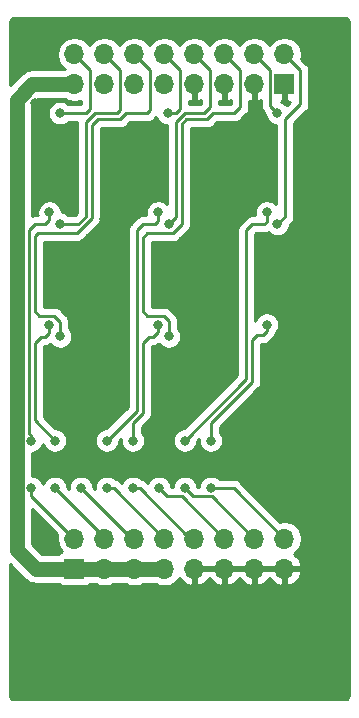
<source format=gbl>
%TF.GenerationSoftware,KiCad,Pcbnew,(5.1.9)-1*%
%TF.CreationDate,2021-06-12T20:27:07+01:00*%
%TF.ProjectId,ModulePullUpDown,4d6f6475-6c65-4507-956c-6c5570446f77,rev?*%
%TF.SameCoordinates,Original*%
%TF.FileFunction,Copper,L2,Bot*%
%TF.FilePolarity,Positive*%
%FSLAX46Y46*%
G04 Gerber Fmt 4.6, Leading zero omitted, Abs format (unit mm)*
G04 Created by KiCad (PCBNEW (5.1.9)-1) date 2021-06-12 20:27:07*
%MOMM*%
%LPD*%
G01*
G04 APERTURE LIST*
%TA.AperFunction,ComponentPad*%
%ADD10R,1.700000X1.700000*%
%TD*%
%TA.AperFunction,ComponentPad*%
%ADD11O,1.700000X1.700000*%
%TD*%
%TA.AperFunction,ViaPad*%
%ADD12C,0.800000*%
%TD*%
%TA.AperFunction,Conductor*%
%ADD13C,1.270000*%
%TD*%
%TA.AperFunction,Conductor*%
%ADD14C,0.250000*%
%TD*%
%TA.AperFunction,Conductor*%
%ADD15C,0.254000*%
%TD*%
%TA.AperFunction,Conductor*%
%ADD16C,0.100000*%
%TD*%
G04 APERTURE END LIST*
D10*
%TO.P,J1,1*%
%TO.N,+5V*%
X26110000Y-67770000D03*
D11*
%TO.P,J1,2*%
%TO.N,O0*%
X26110000Y-65230000D03*
%TO.P,J1,3*%
%TO.N,+5V*%
X28650000Y-67770000D03*
%TO.P,J1,4*%
%TO.N,O1*%
X28650000Y-65230000D03*
%TO.P,J1,5*%
%TO.N,+5V*%
X31190000Y-67770000D03*
%TO.P,J1,6*%
%TO.N,O2*%
X31190000Y-65230000D03*
%TO.P,J1,7*%
%TO.N,+5V*%
X33730000Y-67770000D03*
%TO.P,J1,8*%
%TO.N,O3*%
X33730000Y-65230000D03*
%TO.P,J1,9*%
%TO.N,GND*%
X36270000Y-67770000D03*
%TO.P,J1,10*%
%TO.N,O4*%
X36270000Y-65230000D03*
%TO.P,J1,11*%
%TO.N,GND*%
X38810000Y-67770000D03*
%TO.P,J1,12*%
%TO.N,O5*%
X38810000Y-65230000D03*
%TO.P,J1,13*%
%TO.N,GND*%
X41350000Y-67770000D03*
%TO.P,J1,14*%
%TO.N,O6*%
X41350000Y-65230000D03*
%TO.P,J1,15*%
%TO.N,GND*%
X43890000Y-67770000D03*
%TO.P,J1,16*%
%TO.N,O7*%
X43890000Y-65230000D03*
%TD*%
D10*
%TO.P,J2,1*%
%TO.N,GND*%
X43890000Y-26770000D03*
D11*
%TO.P,J2,2*%
%TO.N,I7*%
X43890000Y-24230000D03*
%TO.P,J2,3*%
%TO.N,GND*%
X41350000Y-26770000D03*
%TO.P,J2,4*%
%TO.N,I6*%
X41350000Y-24230000D03*
%TO.P,J2,5*%
%TO.N,GND*%
X38810000Y-26770000D03*
%TO.P,J2,6*%
%TO.N,I5*%
X38810000Y-24230000D03*
%TO.P,J2,7*%
%TO.N,GND*%
X36270000Y-26770000D03*
%TO.P,J2,8*%
%TO.N,I4*%
X36270000Y-24230000D03*
%TO.P,J2,9*%
%TO.N,+5V*%
X33730000Y-26770000D03*
%TO.P,J2,10*%
%TO.N,I3*%
X33730000Y-24230000D03*
%TO.P,J2,11*%
%TO.N,+5V*%
X31190000Y-26770000D03*
%TO.P,J2,12*%
%TO.N,I2*%
X31190000Y-24230000D03*
%TO.P,J2,13*%
%TO.N,+5V*%
X28650000Y-26770000D03*
%TO.P,J2,14*%
%TO.N,I1*%
X28650000Y-24230000D03*
%TO.P,J2,15*%
%TO.N,+5V*%
X26110000Y-26770000D03*
%TO.P,J2,16*%
%TO.N,I0*%
X26110000Y-24230000D03*
%TD*%
D12*
%TO.N,GND*%
X23765000Y-72525000D03*
X45990000Y-72525000D03*
X22749000Y-28329000D03*
X23765000Y-65540000D03*
X30813500Y-32583500D03*
X40021000Y-32647000D03*
X28654500Y-38171500D03*
X28654500Y-47633000D03*
X37862000Y-38171500D03*
X37862000Y-47633000D03*
X47069500Y-38171500D03*
X43356000Y-61424000D03*
%TO.N,O0*%
X22460000Y-60924000D03*
%TO.N,O1*%
X24456000Y-60924000D03*
%TO.N,O3*%
X28856000Y-60924000D03*
%TO.N,O4*%
X31056000Y-60924000D03*
%TO.N,O5*%
X33256000Y-60924000D03*
%TO.N,O6*%
X35456000Y-60924000D03*
%TO.N,O7*%
X37656000Y-60924000D03*
%TO.N,O2*%
X26656000Y-60924000D03*
%TO.N,I0*%
X24900000Y-29200000D03*
%TO.N,I7*%
X43300000Y-38600000D03*
%TO.N,I6*%
X43300000Y-29200000D03*
%TO.N,I5*%
X34100000Y-48100000D03*
%TO.N,I4*%
X34100000Y-38600000D03*
%TO.N,I3*%
X34000000Y-29200000D03*
%TO.N,I2*%
X24900000Y-48100000D03*
%TO.N,I1*%
X24900000Y-38600000D03*
%TO.N,Net-(Q1-Pad3)*%
X24000000Y-37600000D03*
X22460000Y-56924000D03*
%TO.N,Net-(Q3-Pad3)*%
X24000000Y-47100000D03*
X24456000Y-56924000D03*
%TO.N,Net-(Q7-Pad3)*%
X33200000Y-37600000D03*
X28856000Y-56924000D03*
%TO.N,Net-(Q10-Pad3)*%
X33200000Y-47100000D03*
X31056000Y-56924000D03*
%TO.N,Net-(Q13-Pad3)*%
X42400000Y-37600000D03*
X35456000Y-56924000D03*
%TO.N,Net-(Q15-Pad3)*%
X42400000Y-47100000D03*
X37656000Y-56924000D03*
%TD*%
D13*
%TO.N,+5V*%
X26110000Y-26770000D02*
X22530000Y-26770000D01*
X22530000Y-26770000D02*
X21225000Y-28075000D01*
X26110000Y-67770000D02*
X22820000Y-67770000D01*
X21225000Y-66175000D02*
X21225000Y-64270000D01*
X22820000Y-67770000D02*
X21225000Y-66175000D01*
X21225000Y-64270000D02*
X21225000Y-64905000D01*
X21225000Y-28075000D02*
X21225000Y-64270000D01*
X33730000Y-67770000D02*
X31190000Y-67770000D01*
X31190000Y-67770000D02*
X28650000Y-67770000D01*
X26110000Y-67770000D02*
X28650000Y-67770000D01*
D14*
%TO.N,O0*%
X22460000Y-61580000D02*
X26110000Y-65230000D01*
X22460000Y-60924000D02*
X22460000Y-61580000D01*
%TO.N,O1*%
X28650000Y-65118000D02*
X28650000Y-65230000D01*
X24456000Y-60924000D02*
X28650000Y-65118000D01*
%TO.N,O3*%
X29424000Y-60924000D02*
X33730000Y-65230000D01*
X28856000Y-60924000D02*
X29424000Y-60924000D01*
%TO.N,O4*%
X35927685Y-65230000D02*
X36270000Y-65230000D01*
X31621685Y-60924000D02*
X35927685Y-65230000D01*
X31056000Y-60924000D02*
X31621685Y-60924000D01*
%TO.N,O5*%
X35229001Y-61649001D02*
X38810000Y-65230000D01*
X33981001Y-61649001D02*
X35229001Y-61649001D01*
X33256000Y-60924000D02*
X33981001Y-61649001D01*
%TO.N,O6*%
X37769001Y-61649001D02*
X41350000Y-65230000D01*
X36181001Y-61649001D02*
X37769001Y-61649001D01*
X35456000Y-60924000D02*
X36181001Y-61649001D01*
%TO.N,O7*%
X39584000Y-60924000D02*
X43890000Y-65230000D01*
X37656000Y-60924000D02*
X39584000Y-60924000D01*
%TO.N,O2*%
X30962000Y-65230000D02*
X31190000Y-65230000D01*
X26656000Y-60924000D02*
X30962000Y-65230000D01*
%TO.N,I0*%
X26110000Y-24230000D02*
X27285001Y-25405001D01*
X27448000Y-25568000D02*
X26110000Y-24230000D01*
X27448000Y-28837000D02*
X27448000Y-25568000D01*
X27085000Y-29200000D02*
X27448000Y-28837000D01*
X24900000Y-29200000D02*
X27085000Y-29200000D01*
%TO.N,I7*%
X45228000Y-25568000D02*
X43890000Y-24230000D01*
X45228000Y-28456000D02*
X45228000Y-25568000D01*
X43958000Y-29726000D02*
X45228000Y-28456000D01*
X43958000Y-37981000D02*
X43958000Y-29726000D01*
X43919000Y-37981000D02*
X43958000Y-37981000D01*
X43300000Y-38600000D02*
X43919000Y-37981000D01*
%TO.N,I6*%
X42688000Y-28588000D02*
X43300000Y-29200000D01*
X42688000Y-25568000D02*
X42688000Y-28588000D01*
X41350000Y-24230000D02*
X42688000Y-25568000D01*
%TO.N,I5*%
X39640000Y-29218000D02*
X40148000Y-28710000D01*
X40148000Y-28710000D02*
X40148000Y-25568000D01*
X34100000Y-48100000D02*
X34100000Y-46792000D01*
X34100000Y-46792000D02*
X33671000Y-46363000D01*
X37354000Y-29726000D02*
X37862000Y-29218000D01*
X33671000Y-46363000D02*
X32274000Y-46363000D01*
X40148000Y-25568000D02*
X38810000Y-24230000D01*
X32274000Y-46363000D02*
X31893000Y-45982000D01*
X31893000Y-45982000D02*
X31893000Y-39759000D01*
X31893000Y-39759000D02*
X32274000Y-39378000D01*
X35195000Y-30108410D02*
X35577410Y-29726000D01*
X35577410Y-29726000D02*
X37354000Y-29726000D01*
X32274000Y-39378000D02*
X34433000Y-39378000D01*
X37862000Y-29218000D02*
X39640000Y-29218000D01*
X34433000Y-39378000D02*
X35195000Y-38616000D01*
X35195000Y-38616000D02*
X35195000Y-30108410D01*
%TO.N,I4*%
X34687000Y-29980000D02*
X34687000Y-38013000D01*
X35449000Y-29218000D02*
X34687000Y-29980000D01*
X37100000Y-29218000D02*
X35449000Y-29218000D01*
X37608000Y-28710000D02*
X37100000Y-29218000D01*
X34687000Y-38013000D02*
X34100000Y-38600000D01*
X37608000Y-25568000D02*
X37608000Y-28710000D01*
X36270000Y-24230000D02*
X37608000Y-25568000D01*
%TO.N,I3*%
X34705000Y-29200000D02*
X34000000Y-29200000D01*
X35068000Y-28837000D02*
X34705000Y-29200000D01*
X35068000Y-25568000D02*
X35068000Y-28837000D01*
X33730000Y-24230000D02*
X35068000Y-25568000D01*
%TO.N,I2*%
X30496000Y-29218000D02*
X32274000Y-29218000D01*
X29988000Y-29726000D02*
X30496000Y-29218000D01*
X32528000Y-25568000D02*
X31190000Y-24230000D01*
X28083000Y-29726000D02*
X29988000Y-29726000D01*
X32528000Y-28964000D02*
X32528000Y-25568000D01*
X32274000Y-29218000D02*
X32528000Y-28964000D01*
X27575000Y-30234000D02*
X28083000Y-29726000D01*
X27517010Y-38167400D02*
X26560410Y-39124000D01*
X27517010Y-38165990D02*
X27517010Y-38167400D01*
X27575000Y-38108000D02*
X27517010Y-38165990D01*
X27575000Y-38108000D02*
X27575000Y-30234000D01*
X26560410Y-39124000D02*
X26559000Y-39124000D01*
X24900000Y-46863000D02*
X24900000Y-48100000D01*
X23130000Y-46363000D02*
X24400000Y-46363000D01*
X24400000Y-46363000D02*
X24900000Y-46863000D01*
X22749000Y-45982000D02*
X23130000Y-46363000D01*
X22749000Y-39632000D02*
X22749000Y-45982000D01*
X23055999Y-39325001D02*
X22749000Y-39632000D01*
X26359409Y-39325001D02*
X23055999Y-39325001D01*
X26560410Y-39124000D02*
X26359409Y-39325001D01*
%TO.N,I1*%
X27067000Y-29980000D02*
X27067000Y-37981000D01*
X27829000Y-29218000D02*
X27067000Y-29980000D01*
X29734000Y-29218000D02*
X27829000Y-29218000D01*
X26432000Y-38600000D02*
X24900000Y-38600000D01*
X27067000Y-37981000D02*
X26432000Y-38600000D01*
X29988000Y-25568000D02*
X29988000Y-28964000D01*
X28650000Y-24230000D02*
X29988000Y-25568000D01*
%TO.N,Net-(Q1-Pad3)*%
X22241000Y-39124000D02*
X22256000Y-56324000D01*
X22749000Y-38616000D02*
X22241000Y-39124000D01*
X23638000Y-38616000D02*
X22749000Y-38616000D01*
X24000000Y-38254000D02*
X23638000Y-38616000D01*
X24000000Y-37600000D02*
X24000000Y-38254000D01*
X22460000Y-56528000D02*
X22256000Y-56324000D01*
X22460000Y-56924000D02*
X22460000Y-56528000D01*
%TO.N,Net-(Q3-Pad3)*%
X24000000Y-47779000D02*
X24000000Y-47100000D01*
X23638000Y-48141000D02*
X24000000Y-47779000D01*
X23257000Y-48141000D02*
X23638000Y-48141000D01*
X22749000Y-48649000D02*
X23257000Y-48141000D01*
X24456000Y-56924000D02*
X22749000Y-55217000D01*
X22749000Y-55217000D02*
X22749000Y-48649000D01*
%TO.N,Net-(Q7-Pad3)*%
X31893000Y-38616000D02*
X31385000Y-39124000D01*
X32909000Y-38616000D02*
X31893000Y-38616000D01*
X33200000Y-38325000D02*
X32909000Y-38616000D01*
X33200000Y-37600000D02*
X33200000Y-38325000D01*
X31385000Y-54395000D02*
X31385000Y-53895000D01*
X28856000Y-56924000D02*
X31385000Y-54395000D01*
X31385000Y-39124000D02*
X31385000Y-53895000D01*
%TO.N,Net-(Q10-Pad3)*%
X32401000Y-48141000D02*
X31893000Y-48649000D01*
X32782000Y-48141000D02*
X32401000Y-48141000D01*
X33200000Y-47723000D02*
X32782000Y-48141000D01*
X33200000Y-47100000D02*
X33200000Y-47723000D01*
X31056000Y-55455000D02*
X31893000Y-54618000D01*
X31056000Y-56924000D02*
X31056000Y-55455000D01*
X31893000Y-48649000D02*
X31893000Y-54618000D01*
%TO.N,Net-(Q13-Pad3)*%
X42400000Y-37600000D02*
X42400000Y-38396000D01*
X42400000Y-38396000D02*
X42180000Y-38616000D01*
X42180000Y-38616000D02*
X41164000Y-38616000D01*
X41164000Y-38616000D02*
X40656000Y-39124000D01*
X40656000Y-51724000D02*
X40656000Y-51524000D01*
X40656000Y-39124000D02*
X40656000Y-51524000D01*
X35456000Y-56924000D02*
X40656000Y-51724000D01*
%TO.N,I1*%
X29988000Y-28964000D02*
X29734000Y-29218000D01*
%TO.N,Net-(Q15-Pad3)*%
X41545000Y-48014000D02*
X41164000Y-48395000D01*
X42053000Y-48014000D02*
X41545000Y-48014000D01*
X42400000Y-47667000D02*
X42053000Y-48014000D01*
X42400000Y-47100000D02*
X42400000Y-47667000D01*
X37656000Y-56924000D02*
X37656000Y-55459000D01*
X37656000Y-55459000D02*
X41164000Y-51951000D01*
X41164000Y-48395000D02*
X41164000Y-51951000D01*
%TD*%
D15*
%TO.N,GND*%
X49065424Y-21169580D02*
X49128356Y-21188580D01*
X49186405Y-21219445D01*
X49237343Y-21260989D01*
X49279248Y-21311644D01*
X49310515Y-21369471D01*
X49329956Y-21432272D01*
X49340000Y-21527835D01*
X49340001Y-78467711D01*
X49330420Y-78565424D01*
X49311420Y-78628357D01*
X49280554Y-78686406D01*
X49239011Y-78737343D01*
X49188356Y-78779248D01*
X49130529Y-78810515D01*
X49067728Y-78829956D01*
X48972165Y-78840000D01*
X21032279Y-78840000D01*
X20934576Y-78830420D01*
X20871643Y-78811420D01*
X20813594Y-78780554D01*
X20762657Y-78739011D01*
X20720752Y-78688356D01*
X20689485Y-78630529D01*
X20670044Y-78567728D01*
X20660000Y-78472165D01*
X20660000Y-67406050D01*
X21877867Y-68623919D01*
X21917630Y-68672370D01*
X21966080Y-68712132D01*
X21966083Y-68712135D01*
X21971563Y-68716632D01*
X22111012Y-68831075D01*
X22331641Y-68949003D01*
X22571037Y-69021623D01*
X22820000Y-69046144D01*
X22882380Y-69040000D01*
X24783222Y-69040000D01*
X24808815Y-69071185D01*
X24905506Y-69150537D01*
X25015820Y-69209502D01*
X25135518Y-69245812D01*
X25260000Y-69258072D01*
X26960000Y-69258072D01*
X27084482Y-69245812D01*
X27204180Y-69209502D01*
X27314494Y-69150537D01*
X27411185Y-69071185D01*
X27436778Y-69040000D01*
X27877760Y-69040000D01*
X27946589Y-69085990D01*
X28216842Y-69197932D01*
X28503740Y-69255000D01*
X28796260Y-69255000D01*
X29083158Y-69197932D01*
X29353411Y-69085990D01*
X29422240Y-69040000D01*
X30417760Y-69040000D01*
X30486589Y-69085990D01*
X30756842Y-69197932D01*
X31043740Y-69255000D01*
X31336260Y-69255000D01*
X31623158Y-69197932D01*
X31893411Y-69085990D01*
X31962240Y-69040000D01*
X32957760Y-69040000D01*
X33026589Y-69085990D01*
X33296842Y-69197932D01*
X33583740Y-69255000D01*
X33876260Y-69255000D01*
X34163158Y-69197932D01*
X34433411Y-69085990D01*
X34676632Y-68923475D01*
X34883475Y-68716632D01*
X35005195Y-68534466D01*
X35074822Y-68651355D01*
X35269731Y-68867588D01*
X35503080Y-69041641D01*
X35765901Y-69166825D01*
X35913110Y-69211476D01*
X36143000Y-69090155D01*
X36143000Y-67897000D01*
X36397000Y-67897000D01*
X36397000Y-69090155D01*
X36626890Y-69211476D01*
X36774099Y-69166825D01*
X37036920Y-69041641D01*
X37270269Y-68867588D01*
X37465178Y-68651355D01*
X37540000Y-68525745D01*
X37614822Y-68651355D01*
X37809731Y-68867588D01*
X38043080Y-69041641D01*
X38305901Y-69166825D01*
X38453110Y-69211476D01*
X38683000Y-69090155D01*
X38683000Y-67897000D01*
X38937000Y-67897000D01*
X38937000Y-69090155D01*
X39166890Y-69211476D01*
X39314099Y-69166825D01*
X39576920Y-69041641D01*
X39810269Y-68867588D01*
X40005178Y-68651355D01*
X40080000Y-68525745D01*
X40154822Y-68651355D01*
X40349731Y-68867588D01*
X40583080Y-69041641D01*
X40845901Y-69166825D01*
X40993110Y-69211476D01*
X41223000Y-69090155D01*
X41223000Y-67897000D01*
X41477000Y-67897000D01*
X41477000Y-69090155D01*
X41706890Y-69211476D01*
X41854099Y-69166825D01*
X42116920Y-69041641D01*
X42350269Y-68867588D01*
X42545178Y-68651355D01*
X42620000Y-68525745D01*
X42694822Y-68651355D01*
X42889731Y-68867588D01*
X43123080Y-69041641D01*
X43385901Y-69166825D01*
X43533110Y-69211476D01*
X43763000Y-69090155D01*
X43763000Y-67897000D01*
X44017000Y-67897000D01*
X44017000Y-69090155D01*
X44246890Y-69211476D01*
X44394099Y-69166825D01*
X44656920Y-69041641D01*
X44890269Y-68867588D01*
X45085178Y-68651355D01*
X45234157Y-68401252D01*
X45331481Y-68126891D01*
X45210814Y-67897000D01*
X44017000Y-67897000D01*
X43763000Y-67897000D01*
X41477000Y-67897000D01*
X41223000Y-67897000D01*
X38937000Y-67897000D01*
X38683000Y-67897000D01*
X36397000Y-67897000D01*
X36143000Y-67897000D01*
X36123000Y-67897000D01*
X36123000Y-67643000D01*
X36143000Y-67643000D01*
X36143000Y-67623000D01*
X36397000Y-67623000D01*
X36397000Y-67643000D01*
X38683000Y-67643000D01*
X38683000Y-67623000D01*
X38937000Y-67623000D01*
X38937000Y-67643000D01*
X41223000Y-67643000D01*
X41223000Y-67623000D01*
X41477000Y-67623000D01*
X41477000Y-67643000D01*
X43763000Y-67643000D01*
X43763000Y-67623000D01*
X44017000Y-67623000D01*
X44017000Y-67643000D01*
X45210814Y-67643000D01*
X45331481Y-67413109D01*
X45234157Y-67138748D01*
X45085178Y-66888645D01*
X44890269Y-66672412D01*
X44660594Y-66501100D01*
X44836632Y-66383475D01*
X45043475Y-66176632D01*
X45205990Y-65933411D01*
X45317932Y-65663158D01*
X45375000Y-65376260D01*
X45375000Y-65083740D01*
X45317932Y-64796842D01*
X45205990Y-64526589D01*
X45043475Y-64283368D01*
X44836632Y-64076525D01*
X44593411Y-63914010D01*
X44323158Y-63802068D01*
X44036260Y-63745000D01*
X43743740Y-63745000D01*
X43523592Y-63788790D01*
X40147804Y-60413003D01*
X40124001Y-60383999D01*
X40008276Y-60289026D01*
X39876247Y-60218454D01*
X39732986Y-60174997D01*
X39621333Y-60164000D01*
X39621322Y-60164000D01*
X39584000Y-60160324D01*
X39546678Y-60164000D01*
X38359711Y-60164000D01*
X38315774Y-60120063D01*
X38146256Y-60006795D01*
X37957898Y-59928774D01*
X37757939Y-59889000D01*
X37554061Y-59889000D01*
X37354102Y-59928774D01*
X37165744Y-60006795D01*
X36996226Y-60120063D01*
X36852063Y-60264226D01*
X36738795Y-60433744D01*
X36660774Y-60622102D01*
X36621000Y-60822061D01*
X36621000Y-60889001D01*
X36495803Y-60889001D01*
X36491000Y-60884198D01*
X36491000Y-60822061D01*
X36451226Y-60622102D01*
X36373205Y-60433744D01*
X36259937Y-60264226D01*
X36115774Y-60120063D01*
X35946256Y-60006795D01*
X35757898Y-59928774D01*
X35557939Y-59889000D01*
X35354061Y-59889000D01*
X35154102Y-59928774D01*
X34965744Y-60006795D01*
X34796226Y-60120063D01*
X34652063Y-60264226D01*
X34538795Y-60433744D01*
X34460774Y-60622102D01*
X34421000Y-60822061D01*
X34421000Y-60889001D01*
X34295803Y-60889001D01*
X34291000Y-60884198D01*
X34291000Y-60822061D01*
X34251226Y-60622102D01*
X34173205Y-60433744D01*
X34059937Y-60264226D01*
X33915774Y-60120063D01*
X33746256Y-60006795D01*
X33557898Y-59928774D01*
X33357939Y-59889000D01*
X33154061Y-59889000D01*
X32954102Y-59928774D01*
X32765744Y-60006795D01*
X32596226Y-60120063D01*
X32452063Y-60264226D01*
X32338795Y-60433744D01*
X32299967Y-60527481D01*
X32185489Y-60413003D01*
X32161686Y-60383999D01*
X32045961Y-60289026D01*
X31913932Y-60218454D01*
X31770724Y-60175013D01*
X31715774Y-60120063D01*
X31546256Y-60006795D01*
X31357898Y-59928774D01*
X31157939Y-59889000D01*
X30954061Y-59889000D01*
X30754102Y-59928774D01*
X30565744Y-60006795D01*
X30396226Y-60120063D01*
X30252063Y-60264226D01*
X30138795Y-60433744D01*
X30100645Y-60525844D01*
X29987804Y-60413003D01*
X29964001Y-60383999D01*
X29848276Y-60289026D01*
X29716247Y-60218454D01*
X29572986Y-60174997D01*
X29570459Y-60174748D01*
X29515774Y-60120063D01*
X29346256Y-60006795D01*
X29157898Y-59928774D01*
X28957939Y-59889000D01*
X28754061Y-59889000D01*
X28554102Y-59928774D01*
X28365744Y-60006795D01*
X28196226Y-60120063D01*
X28052063Y-60264226D01*
X27938795Y-60433744D01*
X27860774Y-60622102D01*
X27821000Y-60822061D01*
X27821000Y-61014199D01*
X27691000Y-60884199D01*
X27691000Y-60822061D01*
X27651226Y-60622102D01*
X27573205Y-60433744D01*
X27459937Y-60264226D01*
X27315774Y-60120063D01*
X27146256Y-60006795D01*
X26957898Y-59928774D01*
X26757939Y-59889000D01*
X26554061Y-59889000D01*
X26354102Y-59928774D01*
X26165744Y-60006795D01*
X25996226Y-60120063D01*
X25852063Y-60264226D01*
X25738795Y-60433744D01*
X25660774Y-60622102D01*
X25621000Y-60822061D01*
X25621000Y-61014199D01*
X25491000Y-60884199D01*
X25491000Y-60822061D01*
X25451226Y-60622102D01*
X25373205Y-60433744D01*
X25259937Y-60264226D01*
X25115774Y-60120063D01*
X24946256Y-60006795D01*
X24757898Y-59928774D01*
X24557939Y-59889000D01*
X24354061Y-59889000D01*
X24154102Y-59928774D01*
X23965744Y-60006795D01*
X23796226Y-60120063D01*
X23652063Y-60264226D01*
X23538795Y-60433744D01*
X23460774Y-60622102D01*
X23458000Y-60636048D01*
X23455226Y-60622102D01*
X23377205Y-60433744D01*
X23263937Y-60264226D01*
X23119774Y-60120063D01*
X22950256Y-60006795D01*
X22761898Y-59928774D01*
X22561939Y-59889000D01*
X22495000Y-59889000D01*
X22495000Y-57959000D01*
X22561939Y-57959000D01*
X22761898Y-57919226D01*
X22950256Y-57841205D01*
X23119774Y-57727937D01*
X23263937Y-57583774D01*
X23377205Y-57414256D01*
X23455226Y-57225898D01*
X23458000Y-57211952D01*
X23460774Y-57225898D01*
X23538795Y-57414256D01*
X23652063Y-57583774D01*
X23796226Y-57727937D01*
X23965744Y-57841205D01*
X24154102Y-57919226D01*
X24354061Y-57959000D01*
X24557939Y-57959000D01*
X24757898Y-57919226D01*
X24946256Y-57841205D01*
X25115774Y-57727937D01*
X25259937Y-57583774D01*
X25373205Y-57414256D01*
X25451226Y-57225898D01*
X25491000Y-57025939D01*
X25491000Y-56822061D01*
X25451226Y-56622102D01*
X25373205Y-56433744D01*
X25259937Y-56264226D01*
X25115774Y-56120063D01*
X24946256Y-56006795D01*
X24757898Y-55928774D01*
X24557939Y-55889000D01*
X24495802Y-55889000D01*
X23509000Y-54902199D01*
X23509000Y-48963801D01*
X23571802Y-48901000D01*
X23600678Y-48901000D01*
X23638000Y-48904676D01*
X23675322Y-48901000D01*
X23675333Y-48901000D01*
X23786986Y-48890003D01*
X23930247Y-48846546D01*
X24062276Y-48775974D01*
X24091088Y-48752329D01*
X24096063Y-48759774D01*
X24240226Y-48903937D01*
X24409744Y-49017205D01*
X24598102Y-49095226D01*
X24798061Y-49135000D01*
X25001939Y-49135000D01*
X25201898Y-49095226D01*
X25390256Y-49017205D01*
X25559774Y-48903937D01*
X25703937Y-48759774D01*
X25817205Y-48590256D01*
X25895226Y-48401898D01*
X25935000Y-48201939D01*
X25935000Y-47998061D01*
X25895226Y-47798102D01*
X25817205Y-47609744D01*
X25703937Y-47440226D01*
X25660000Y-47396289D01*
X25660000Y-46900325D01*
X25663676Y-46863000D01*
X25660000Y-46825675D01*
X25660000Y-46825667D01*
X25649003Y-46714014D01*
X25605546Y-46570753D01*
X25534974Y-46438724D01*
X25440001Y-46322999D01*
X25410998Y-46299197D01*
X24963804Y-45852003D01*
X24940001Y-45822999D01*
X24824276Y-45728026D01*
X24692247Y-45657454D01*
X24548986Y-45613997D01*
X24437333Y-45603000D01*
X24437322Y-45603000D01*
X24400000Y-45599324D01*
X24362678Y-45603000D01*
X23509000Y-45603000D01*
X23509000Y-40085001D01*
X26322087Y-40085001D01*
X26359409Y-40088677D01*
X26396731Y-40085001D01*
X26396742Y-40085001D01*
X26508395Y-40074004D01*
X26651656Y-40030547D01*
X26783685Y-39959975D01*
X26899410Y-39865002D01*
X26923213Y-39835998D01*
X27071407Y-39687804D01*
X27100411Y-39664001D01*
X27124214Y-39634998D01*
X28028013Y-38731199D01*
X28057011Y-38707401D01*
X28086694Y-38671232D01*
X28115001Y-38648001D01*
X28209974Y-38532276D01*
X28280546Y-38400247D01*
X28324003Y-38256986D01*
X28335000Y-38145333D01*
X28335000Y-38145323D01*
X28338676Y-38108001D01*
X28335000Y-38070678D01*
X28335000Y-30548801D01*
X28397802Y-30486000D01*
X29950678Y-30486000D01*
X29988000Y-30489676D01*
X30025322Y-30486000D01*
X30025333Y-30486000D01*
X30136986Y-30475003D01*
X30280247Y-30431546D01*
X30412276Y-30360974D01*
X30528001Y-30266001D01*
X30551803Y-30236998D01*
X30810802Y-29978000D01*
X32236678Y-29978000D01*
X32274000Y-29981676D01*
X32311322Y-29978000D01*
X32311333Y-29978000D01*
X32422986Y-29967003D01*
X32566247Y-29923546D01*
X32698276Y-29852974D01*
X32814001Y-29758001D01*
X32837804Y-29728997D01*
X33022385Y-29544416D01*
X33082795Y-29690256D01*
X33196063Y-29859774D01*
X33340226Y-30003937D01*
X33509744Y-30117205D01*
X33698102Y-30195226D01*
X33898061Y-30235000D01*
X33927000Y-30235000D01*
X33927001Y-36863290D01*
X33859774Y-36796063D01*
X33690256Y-36682795D01*
X33501898Y-36604774D01*
X33301939Y-36565000D01*
X33098061Y-36565000D01*
X32898102Y-36604774D01*
X32709744Y-36682795D01*
X32540226Y-36796063D01*
X32396063Y-36940226D01*
X32282795Y-37109744D01*
X32204774Y-37298102D01*
X32165000Y-37498061D01*
X32165000Y-37701939D01*
X32195644Y-37856000D01*
X31930322Y-37856000D01*
X31892999Y-37852324D01*
X31855676Y-37856000D01*
X31855667Y-37856000D01*
X31744014Y-37866997D01*
X31600753Y-37910454D01*
X31468724Y-37981026D01*
X31352999Y-38075999D01*
X31329200Y-38104998D01*
X30874002Y-38560197D01*
X30844999Y-38583999D01*
X30808070Y-38628998D01*
X30750026Y-38699724D01*
X30688944Y-38813999D01*
X30679454Y-38831754D01*
X30635997Y-38975015D01*
X30625000Y-39086668D01*
X30625000Y-39086678D01*
X30621324Y-39124000D01*
X30625000Y-39161322D01*
X30625001Y-53857657D01*
X30625000Y-53857667D01*
X30625000Y-54080198D01*
X28816199Y-55889000D01*
X28754061Y-55889000D01*
X28554102Y-55928774D01*
X28365744Y-56006795D01*
X28196226Y-56120063D01*
X28052063Y-56264226D01*
X27938795Y-56433744D01*
X27860774Y-56622102D01*
X27821000Y-56822061D01*
X27821000Y-57025939D01*
X27860774Y-57225898D01*
X27938795Y-57414256D01*
X28052063Y-57583774D01*
X28196226Y-57727937D01*
X28365744Y-57841205D01*
X28554102Y-57919226D01*
X28754061Y-57959000D01*
X28957939Y-57959000D01*
X29157898Y-57919226D01*
X29346256Y-57841205D01*
X29515774Y-57727937D01*
X29659937Y-57583774D01*
X29773205Y-57414256D01*
X29851226Y-57225898D01*
X29891000Y-57025939D01*
X29891000Y-56963801D01*
X30021000Y-56833801D01*
X30021000Y-57025939D01*
X30060774Y-57225898D01*
X30138795Y-57414256D01*
X30252063Y-57583774D01*
X30396226Y-57727937D01*
X30565744Y-57841205D01*
X30754102Y-57919226D01*
X30954061Y-57959000D01*
X31157939Y-57959000D01*
X31357898Y-57919226D01*
X31546256Y-57841205D01*
X31715774Y-57727937D01*
X31859937Y-57583774D01*
X31973205Y-57414256D01*
X32051226Y-57225898D01*
X32091000Y-57025939D01*
X32091000Y-56822061D01*
X32051226Y-56622102D01*
X31973205Y-56433744D01*
X31859937Y-56264226D01*
X31816000Y-56220289D01*
X31816000Y-55769801D01*
X32404003Y-55181799D01*
X32433001Y-55158001D01*
X32527974Y-55042276D01*
X32598546Y-54910247D01*
X32642003Y-54766986D01*
X32653000Y-54655333D01*
X32653000Y-54655325D01*
X32656676Y-54618000D01*
X32653000Y-54580675D01*
X32653000Y-48963801D01*
X32715802Y-48901000D01*
X32744678Y-48901000D01*
X32782000Y-48904676D01*
X32819322Y-48901000D01*
X32819333Y-48901000D01*
X32930986Y-48890003D01*
X33074247Y-48846546D01*
X33206276Y-48775974D01*
X33271255Y-48722647D01*
X33296063Y-48759774D01*
X33440226Y-48903937D01*
X33609744Y-49017205D01*
X33798102Y-49095226D01*
X33998061Y-49135000D01*
X34201939Y-49135000D01*
X34401898Y-49095226D01*
X34590256Y-49017205D01*
X34759774Y-48903937D01*
X34903937Y-48759774D01*
X35017205Y-48590256D01*
X35095226Y-48401898D01*
X35135000Y-48201939D01*
X35135000Y-47998061D01*
X35095226Y-47798102D01*
X35017205Y-47609744D01*
X34903937Y-47440226D01*
X34860000Y-47396289D01*
X34860000Y-46829333D01*
X34863677Y-46792000D01*
X34849003Y-46643014D01*
X34805546Y-46499753D01*
X34734974Y-46367724D01*
X34722068Y-46351998D01*
X34640001Y-46251999D01*
X34610997Y-46228196D01*
X34234804Y-45852003D01*
X34211001Y-45822999D01*
X34095276Y-45728026D01*
X33963247Y-45657454D01*
X33819986Y-45613997D01*
X33708333Y-45603000D01*
X33708322Y-45603000D01*
X33671000Y-45599324D01*
X33633678Y-45603000D01*
X32653000Y-45603000D01*
X32653000Y-40138000D01*
X34395678Y-40138000D01*
X34433000Y-40141676D01*
X34470322Y-40138000D01*
X34470333Y-40138000D01*
X34581986Y-40127003D01*
X34725247Y-40083546D01*
X34857276Y-40012974D01*
X34973001Y-39918001D01*
X34996803Y-39888998D01*
X35706004Y-39179798D01*
X35735001Y-39156001D01*
X35829974Y-39040276D01*
X35900546Y-38908247D01*
X35944003Y-38764986D01*
X35955000Y-38653333D01*
X35955000Y-38653325D01*
X35958676Y-38616000D01*
X35955000Y-38578675D01*
X35955000Y-30486000D01*
X37316678Y-30486000D01*
X37354000Y-30489676D01*
X37391322Y-30486000D01*
X37391333Y-30486000D01*
X37502986Y-30475003D01*
X37646247Y-30431546D01*
X37778276Y-30360974D01*
X37894001Y-30266001D01*
X37917803Y-30236998D01*
X38176802Y-29978000D01*
X39602678Y-29978000D01*
X39640000Y-29981676D01*
X39677322Y-29978000D01*
X39677333Y-29978000D01*
X39788986Y-29967003D01*
X39932247Y-29923546D01*
X40064276Y-29852974D01*
X40180001Y-29758001D01*
X40203803Y-29728998D01*
X40659003Y-29273798D01*
X40688001Y-29250001D01*
X40782974Y-29134276D01*
X40853546Y-29002247D01*
X40897003Y-28858986D01*
X40908000Y-28747333D01*
X40908000Y-28747324D01*
X40911676Y-28710001D01*
X40908000Y-28672678D01*
X40908000Y-28185661D01*
X40993110Y-28211476D01*
X41223000Y-28090155D01*
X41223000Y-26897000D01*
X41203000Y-26897000D01*
X41203000Y-26643000D01*
X41223000Y-26643000D01*
X41223000Y-26623000D01*
X41477000Y-26623000D01*
X41477000Y-26643000D01*
X41497000Y-26643000D01*
X41497000Y-26897000D01*
X41477000Y-26897000D01*
X41477000Y-28090155D01*
X41706890Y-28211476D01*
X41854099Y-28166825D01*
X41928001Y-28131625D01*
X41928001Y-28550668D01*
X41924324Y-28588000D01*
X41928001Y-28625333D01*
X41938998Y-28736986D01*
X41942137Y-28747333D01*
X41982454Y-28880246D01*
X42053026Y-29012276D01*
X42099591Y-29069015D01*
X42148000Y-29128001D01*
X42176998Y-29151799D01*
X42265000Y-29239801D01*
X42265000Y-29301939D01*
X42304774Y-29501898D01*
X42382795Y-29690256D01*
X42496063Y-29859774D01*
X42640226Y-30003937D01*
X42809744Y-30117205D01*
X42998102Y-30195226D01*
X43198001Y-30234988D01*
X43198000Y-36934289D01*
X43059774Y-36796063D01*
X42890256Y-36682795D01*
X42701898Y-36604774D01*
X42501939Y-36565000D01*
X42298061Y-36565000D01*
X42098102Y-36604774D01*
X41909744Y-36682795D01*
X41740226Y-36796063D01*
X41596063Y-36940226D01*
X41482795Y-37109744D01*
X41404774Y-37298102D01*
X41365000Y-37498061D01*
X41365000Y-37701939D01*
X41395644Y-37856000D01*
X41201322Y-37856000D01*
X41163999Y-37852324D01*
X41126676Y-37856000D01*
X41126667Y-37856000D01*
X41015014Y-37866997D01*
X40871753Y-37910454D01*
X40739724Y-37981026D01*
X40623999Y-38075999D01*
X40600200Y-38104998D01*
X40145002Y-38560197D01*
X40115999Y-38583999D01*
X40079070Y-38628998D01*
X40021026Y-38699724D01*
X39959944Y-38813999D01*
X39950454Y-38831754D01*
X39906997Y-38975015D01*
X39896000Y-39086668D01*
X39896000Y-39086678D01*
X39892324Y-39124000D01*
X39896000Y-39161322D01*
X39896001Y-51409197D01*
X35416199Y-55889000D01*
X35354061Y-55889000D01*
X35154102Y-55928774D01*
X34965744Y-56006795D01*
X34796226Y-56120063D01*
X34652063Y-56264226D01*
X34538795Y-56433744D01*
X34460774Y-56622102D01*
X34421000Y-56822061D01*
X34421000Y-57025939D01*
X34460774Y-57225898D01*
X34538795Y-57414256D01*
X34652063Y-57583774D01*
X34796226Y-57727937D01*
X34965744Y-57841205D01*
X35154102Y-57919226D01*
X35354061Y-57959000D01*
X35557939Y-57959000D01*
X35757898Y-57919226D01*
X35946256Y-57841205D01*
X36115774Y-57727937D01*
X36259937Y-57583774D01*
X36373205Y-57414256D01*
X36451226Y-57225898D01*
X36491000Y-57025939D01*
X36491000Y-56963801D01*
X36621000Y-56833801D01*
X36621000Y-57025939D01*
X36660774Y-57225898D01*
X36738795Y-57414256D01*
X36852063Y-57583774D01*
X36996226Y-57727937D01*
X37165744Y-57841205D01*
X37354102Y-57919226D01*
X37554061Y-57959000D01*
X37757939Y-57959000D01*
X37957898Y-57919226D01*
X38146256Y-57841205D01*
X38315774Y-57727937D01*
X38459937Y-57583774D01*
X38573205Y-57414256D01*
X38651226Y-57225898D01*
X38691000Y-57025939D01*
X38691000Y-56822061D01*
X38651226Y-56622102D01*
X38573205Y-56433744D01*
X38459937Y-56264226D01*
X38416000Y-56220289D01*
X38416000Y-55773801D01*
X41675003Y-52514799D01*
X41704001Y-52491001D01*
X41798974Y-52375276D01*
X41869546Y-52243247D01*
X41913003Y-52099986D01*
X41924000Y-51988333D01*
X41924000Y-51988324D01*
X41927676Y-51951001D01*
X41924000Y-51913678D01*
X41924000Y-48774000D01*
X42015678Y-48774000D01*
X42053000Y-48777676D01*
X42090322Y-48774000D01*
X42090333Y-48774000D01*
X42201986Y-48763003D01*
X42345247Y-48719546D01*
X42477276Y-48648974D01*
X42593001Y-48554001D01*
X42616804Y-48524997D01*
X42910997Y-48230804D01*
X42940001Y-48207001D01*
X43034974Y-48091276D01*
X43105546Y-47959247D01*
X43149003Y-47815986D01*
X43149143Y-47814568D01*
X43203937Y-47759774D01*
X43317205Y-47590256D01*
X43395226Y-47401898D01*
X43435000Y-47201939D01*
X43435000Y-46998061D01*
X43395226Y-46798102D01*
X43317205Y-46609744D01*
X43203937Y-46440226D01*
X43059774Y-46296063D01*
X42890256Y-46182795D01*
X42701898Y-46104774D01*
X42501939Y-46065000D01*
X42298061Y-46065000D01*
X42098102Y-46104774D01*
X41909744Y-46182795D01*
X41740226Y-46296063D01*
X41596063Y-46440226D01*
X41482795Y-46609744D01*
X41416000Y-46771000D01*
X41416000Y-39438801D01*
X41478802Y-39376000D01*
X42142678Y-39376000D01*
X42180000Y-39379676D01*
X42217322Y-39376000D01*
X42217333Y-39376000D01*
X42328986Y-39365003D01*
X42472247Y-39321546D01*
X42528022Y-39291733D01*
X42640226Y-39403937D01*
X42809744Y-39517205D01*
X42998102Y-39595226D01*
X43198061Y-39635000D01*
X43401939Y-39635000D01*
X43601898Y-39595226D01*
X43790256Y-39517205D01*
X43959774Y-39403937D01*
X44103937Y-39259774D01*
X44217205Y-39090256D01*
X44295226Y-38901898D01*
X44335000Y-38701939D01*
X44335000Y-38641244D01*
X44382276Y-38615974D01*
X44498001Y-38521001D01*
X44592974Y-38405276D01*
X44663546Y-38273247D01*
X44707003Y-38129986D01*
X44721677Y-37981000D01*
X44718000Y-37943667D01*
X44718000Y-30040801D01*
X45739004Y-29019798D01*
X45768001Y-28996001D01*
X45862974Y-28880276D01*
X45933546Y-28748247D01*
X45977003Y-28604986D01*
X45988000Y-28493333D01*
X45988000Y-28493324D01*
X45991676Y-28456001D01*
X45988000Y-28418678D01*
X45988000Y-25605325D01*
X45991676Y-25568000D01*
X45988000Y-25530675D01*
X45988000Y-25530667D01*
X45977003Y-25419014D01*
X45933546Y-25275753D01*
X45862974Y-25143724D01*
X45768001Y-25027999D01*
X45739003Y-25004201D01*
X45331210Y-24596408D01*
X45375000Y-24376260D01*
X45375000Y-24083740D01*
X45317932Y-23796842D01*
X45205990Y-23526589D01*
X45043475Y-23283368D01*
X44836632Y-23076525D01*
X44593411Y-22914010D01*
X44323158Y-22802068D01*
X44036260Y-22745000D01*
X43743740Y-22745000D01*
X43456842Y-22802068D01*
X43186589Y-22914010D01*
X42943368Y-23076525D01*
X42736525Y-23283368D01*
X42620000Y-23457760D01*
X42503475Y-23283368D01*
X42296632Y-23076525D01*
X42053411Y-22914010D01*
X41783158Y-22802068D01*
X41496260Y-22745000D01*
X41203740Y-22745000D01*
X40916842Y-22802068D01*
X40646589Y-22914010D01*
X40403368Y-23076525D01*
X40196525Y-23283368D01*
X40080000Y-23457760D01*
X39963475Y-23283368D01*
X39756632Y-23076525D01*
X39513411Y-22914010D01*
X39243158Y-22802068D01*
X38956260Y-22745000D01*
X38663740Y-22745000D01*
X38376842Y-22802068D01*
X38106589Y-22914010D01*
X37863368Y-23076525D01*
X37656525Y-23283368D01*
X37540000Y-23457760D01*
X37423475Y-23283368D01*
X37216632Y-23076525D01*
X36973411Y-22914010D01*
X36703158Y-22802068D01*
X36416260Y-22745000D01*
X36123740Y-22745000D01*
X35836842Y-22802068D01*
X35566589Y-22914010D01*
X35323368Y-23076525D01*
X35116525Y-23283368D01*
X35000000Y-23457760D01*
X34883475Y-23283368D01*
X34676632Y-23076525D01*
X34433411Y-22914010D01*
X34163158Y-22802068D01*
X33876260Y-22745000D01*
X33583740Y-22745000D01*
X33296842Y-22802068D01*
X33026589Y-22914010D01*
X32783368Y-23076525D01*
X32576525Y-23283368D01*
X32460000Y-23457760D01*
X32343475Y-23283368D01*
X32136632Y-23076525D01*
X31893411Y-22914010D01*
X31623158Y-22802068D01*
X31336260Y-22745000D01*
X31043740Y-22745000D01*
X30756842Y-22802068D01*
X30486589Y-22914010D01*
X30243368Y-23076525D01*
X30036525Y-23283368D01*
X29920000Y-23457760D01*
X29803475Y-23283368D01*
X29596632Y-23076525D01*
X29353411Y-22914010D01*
X29083158Y-22802068D01*
X28796260Y-22745000D01*
X28503740Y-22745000D01*
X28216842Y-22802068D01*
X27946589Y-22914010D01*
X27703368Y-23076525D01*
X27496525Y-23283368D01*
X27380000Y-23457760D01*
X27263475Y-23283368D01*
X27056632Y-23076525D01*
X26813411Y-22914010D01*
X26543158Y-22802068D01*
X26256260Y-22745000D01*
X25963740Y-22745000D01*
X25676842Y-22802068D01*
X25406589Y-22914010D01*
X25163368Y-23076525D01*
X24956525Y-23283368D01*
X24794010Y-23526589D01*
X24682068Y-23796842D01*
X24625000Y-24083740D01*
X24625000Y-24376260D01*
X24682068Y-24663158D01*
X24794010Y-24933411D01*
X24956525Y-25176632D01*
X25163368Y-25383475D01*
X25337760Y-25500000D01*
X22592380Y-25500000D01*
X22530000Y-25493856D01*
X22467620Y-25500000D01*
X22281037Y-25518377D01*
X22041641Y-25590997D01*
X21821012Y-25708925D01*
X21726086Y-25786829D01*
X21676083Y-25827865D01*
X21676080Y-25827868D01*
X21627630Y-25867630D01*
X21587867Y-25916081D01*
X20660000Y-26843949D01*
X20660000Y-21532279D01*
X20669580Y-21434576D01*
X20688580Y-21371644D01*
X20719445Y-21313595D01*
X20760989Y-21262657D01*
X20811644Y-21220752D01*
X20869471Y-21189485D01*
X20932272Y-21170044D01*
X21027835Y-21160000D01*
X48967721Y-21160000D01*
X49065424Y-21169580D01*
%TA.AperFunction,Conductor*%
D16*
G36*
X49065424Y-21169580D02*
G01*
X49128356Y-21188580D01*
X49186405Y-21219445D01*
X49237343Y-21260989D01*
X49279248Y-21311644D01*
X49310515Y-21369471D01*
X49329956Y-21432272D01*
X49340000Y-21527835D01*
X49340001Y-78467711D01*
X49330420Y-78565424D01*
X49311420Y-78628357D01*
X49280554Y-78686406D01*
X49239011Y-78737343D01*
X49188356Y-78779248D01*
X49130529Y-78810515D01*
X49067728Y-78829956D01*
X48972165Y-78840000D01*
X21032279Y-78840000D01*
X20934576Y-78830420D01*
X20871643Y-78811420D01*
X20813594Y-78780554D01*
X20762657Y-78739011D01*
X20720752Y-78688356D01*
X20689485Y-78630529D01*
X20670044Y-78567728D01*
X20660000Y-78472165D01*
X20660000Y-67406050D01*
X21877867Y-68623919D01*
X21917630Y-68672370D01*
X21966080Y-68712132D01*
X21966083Y-68712135D01*
X21971563Y-68716632D01*
X22111012Y-68831075D01*
X22331641Y-68949003D01*
X22571037Y-69021623D01*
X22820000Y-69046144D01*
X22882380Y-69040000D01*
X24783222Y-69040000D01*
X24808815Y-69071185D01*
X24905506Y-69150537D01*
X25015820Y-69209502D01*
X25135518Y-69245812D01*
X25260000Y-69258072D01*
X26960000Y-69258072D01*
X27084482Y-69245812D01*
X27204180Y-69209502D01*
X27314494Y-69150537D01*
X27411185Y-69071185D01*
X27436778Y-69040000D01*
X27877760Y-69040000D01*
X27946589Y-69085990D01*
X28216842Y-69197932D01*
X28503740Y-69255000D01*
X28796260Y-69255000D01*
X29083158Y-69197932D01*
X29353411Y-69085990D01*
X29422240Y-69040000D01*
X30417760Y-69040000D01*
X30486589Y-69085990D01*
X30756842Y-69197932D01*
X31043740Y-69255000D01*
X31336260Y-69255000D01*
X31623158Y-69197932D01*
X31893411Y-69085990D01*
X31962240Y-69040000D01*
X32957760Y-69040000D01*
X33026589Y-69085990D01*
X33296842Y-69197932D01*
X33583740Y-69255000D01*
X33876260Y-69255000D01*
X34163158Y-69197932D01*
X34433411Y-69085990D01*
X34676632Y-68923475D01*
X34883475Y-68716632D01*
X35005195Y-68534466D01*
X35074822Y-68651355D01*
X35269731Y-68867588D01*
X35503080Y-69041641D01*
X35765901Y-69166825D01*
X35913110Y-69211476D01*
X36143000Y-69090155D01*
X36143000Y-67897000D01*
X36397000Y-67897000D01*
X36397000Y-69090155D01*
X36626890Y-69211476D01*
X36774099Y-69166825D01*
X37036920Y-69041641D01*
X37270269Y-68867588D01*
X37465178Y-68651355D01*
X37540000Y-68525745D01*
X37614822Y-68651355D01*
X37809731Y-68867588D01*
X38043080Y-69041641D01*
X38305901Y-69166825D01*
X38453110Y-69211476D01*
X38683000Y-69090155D01*
X38683000Y-67897000D01*
X38937000Y-67897000D01*
X38937000Y-69090155D01*
X39166890Y-69211476D01*
X39314099Y-69166825D01*
X39576920Y-69041641D01*
X39810269Y-68867588D01*
X40005178Y-68651355D01*
X40080000Y-68525745D01*
X40154822Y-68651355D01*
X40349731Y-68867588D01*
X40583080Y-69041641D01*
X40845901Y-69166825D01*
X40993110Y-69211476D01*
X41223000Y-69090155D01*
X41223000Y-67897000D01*
X41477000Y-67897000D01*
X41477000Y-69090155D01*
X41706890Y-69211476D01*
X41854099Y-69166825D01*
X42116920Y-69041641D01*
X42350269Y-68867588D01*
X42545178Y-68651355D01*
X42620000Y-68525745D01*
X42694822Y-68651355D01*
X42889731Y-68867588D01*
X43123080Y-69041641D01*
X43385901Y-69166825D01*
X43533110Y-69211476D01*
X43763000Y-69090155D01*
X43763000Y-67897000D01*
X44017000Y-67897000D01*
X44017000Y-69090155D01*
X44246890Y-69211476D01*
X44394099Y-69166825D01*
X44656920Y-69041641D01*
X44890269Y-68867588D01*
X45085178Y-68651355D01*
X45234157Y-68401252D01*
X45331481Y-68126891D01*
X45210814Y-67897000D01*
X44017000Y-67897000D01*
X43763000Y-67897000D01*
X41477000Y-67897000D01*
X41223000Y-67897000D01*
X38937000Y-67897000D01*
X38683000Y-67897000D01*
X36397000Y-67897000D01*
X36143000Y-67897000D01*
X36123000Y-67897000D01*
X36123000Y-67643000D01*
X36143000Y-67643000D01*
X36143000Y-67623000D01*
X36397000Y-67623000D01*
X36397000Y-67643000D01*
X38683000Y-67643000D01*
X38683000Y-67623000D01*
X38937000Y-67623000D01*
X38937000Y-67643000D01*
X41223000Y-67643000D01*
X41223000Y-67623000D01*
X41477000Y-67623000D01*
X41477000Y-67643000D01*
X43763000Y-67643000D01*
X43763000Y-67623000D01*
X44017000Y-67623000D01*
X44017000Y-67643000D01*
X45210814Y-67643000D01*
X45331481Y-67413109D01*
X45234157Y-67138748D01*
X45085178Y-66888645D01*
X44890269Y-66672412D01*
X44660594Y-66501100D01*
X44836632Y-66383475D01*
X45043475Y-66176632D01*
X45205990Y-65933411D01*
X45317932Y-65663158D01*
X45375000Y-65376260D01*
X45375000Y-65083740D01*
X45317932Y-64796842D01*
X45205990Y-64526589D01*
X45043475Y-64283368D01*
X44836632Y-64076525D01*
X44593411Y-63914010D01*
X44323158Y-63802068D01*
X44036260Y-63745000D01*
X43743740Y-63745000D01*
X43523592Y-63788790D01*
X40147804Y-60413003D01*
X40124001Y-60383999D01*
X40008276Y-60289026D01*
X39876247Y-60218454D01*
X39732986Y-60174997D01*
X39621333Y-60164000D01*
X39621322Y-60164000D01*
X39584000Y-60160324D01*
X39546678Y-60164000D01*
X38359711Y-60164000D01*
X38315774Y-60120063D01*
X38146256Y-60006795D01*
X37957898Y-59928774D01*
X37757939Y-59889000D01*
X37554061Y-59889000D01*
X37354102Y-59928774D01*
X37165744Y-60006795D01*
X36996226Y-60120063D01*
X36852063Y-60264226D01*
X36738795Y-60433744D01*
X36660774Y-60622102D01*
X36621000Y-60822061D01*
X36621000Y-60889001D01*
X36495803Y-60889001D01*
X36491000Y-60884198D01*
X36491000Y-60822061D01*
X36451226Y-60622102D01*
X36373205Y-60433744D01*
X36259937Y-60264226D01*
X36115774Y-60120063D01*
X35946256Y-60006795D01*
X35757898Y-59928774D01*
X35557939Y-59889000D01*
X35354061Y-59889000D01*
X35154102Y-59928774D01*
X34965744Y-60006795D01*
X34796226Y-60120063D01*
X34652063Y-60264226D01*
X34538795Y-60433744D01*
X34460774Y-60622102D01*
X34421000Y-60822061D01*
X34421000Y-60889001D01*
X34295803Y-60889001D01*
X34291000Y-60884198D01*
X34291000Y-60822061D01*
X34251226Y-60622102D01*
X34173205Y-60433744D01*
X34059937Y-60264226D01*
X33915774Y-60120063D01*
X33746256Y-60006795D01*
X33557898Y-59928774D01*
X33357939Y-59889000D01*
X33154061Y-59889000D01*
X32954102Y-59928774D01*
X32765744Y-60006795D01*
X32596226Y-60120063D01*
X32452063Y-60264226D01*
X32338795Y-60433744D01*
X32299967Y-60527481D01*
X32185489Y-60413003D01*
X32161686Y-60383999D01*
X32045961Y-60289026D01*
X31913932Y-60218454D01*
X31770724Y-60175013D01*
X31715774Y-60120063D01*
X31546256Y-60006795D01*
X31357898Y-59928774D01*
X31157939Y-59889000D01*
X30954061Y-59889000D01*
X30754102Y-59928774D01*
X30565744Y-60006795D01*
X30396226Y-60120063D01*
X30252063Y-60264226D01*
X30138795Y-60433744D01*
X30100645Y-60525844D01*
X29987804Y-60413003D01*
X29964001Y-60383999D01*
X29848276Y-60289026D01*
X29716247Y-60218454D01*
X29572986Y-60174997D01*
X29570459Y-60174748D01*
X29515774Y-60120063D01*
X29346256Y-60006795D01*
X29157898Y-59928774D01*
X28957939Y-59889000D01*
X28754061Y-59889000D01*
X28554102Y-59928774D01*
X28365744Y-60006795D01*
X28196226Y-60120063D01*
X28052063Y-60264226D01*
X27938795Y-60433744D01*
X27860774Y-60622102D01*
X27821000Y-60822061D01*
X27821000Y-61014199D01*
X27691000Y-60884199D01*
X27691000Y-60822061D01*
X27651226Y-60622102D01*
X27573205Y-60433744D01*
X27459937Y-60264226D01*
X27315774Y-60120063D01*
X27146256Y-60006795D01*
X26957898Y-59928774D01*
X26757939Y-59889000D01*
X26554061Y-59889000D01*
X26354102Y-59928774D01*
X26165744Y-60006795D01*
X25996226Y-60120063D01*
X25852063Y-60264226D01*
X25738795Y-60433744D01*
X25660774Y-60622102D01*
X25621000Y-60822061D01*
X25621000Y-61014199D01*
X25491000Y-60884199D01*
X25491000Y-60822061D01*
X25451226Y-60622102D01*
X25373205Y-60433744D01*
X25259937Y-60264226D01*
X25115774Y-60120063D01*
X24946256Y-60006795D01*
X24757898Y-59928774D01*
X24557939Y-59889000D01*
X24354061Y-59889000D01*
X24154102Y-59928774D01*
X23965744Y-60006795D01*
X23796226Y-60120063D01*
X23652063Y-60264226D01*
X23538795Y-60433744D01*
X23460774Y-60622102D01*
X23458000Y-60636048D01*
X23455226Y-60622102D01*
X23377205Y-60433744D01*
X23263937Y-60264226D01*
X23119774Y-60120063D01*
X22950256Y-60006795D01*
X22761898Y-59928774D01*
X22561939Y-59889000D01*
X22495000Y-59889000D01*
X22495000Y-57959000D01*
X22561939Y-57959000D01*
X22761898Y-57919226D01*
X22950256Y-57841205D01*
X23119774Y-57727937D01*
X23263937Y-57583774D01*
X23377205Y-57414256D01*
X23455226Y-57225898D01*
X23458000Y-57211952D01*
X23460774Y-57225898D01*
X23538795Y-57414256D01*
X23652063Y-57583774D01*
X23796226Y-57727937D01*
X23965744Y-57841205D01*
X24154102Y-57919226D01*
X24354061Y-57959000D01*
X24557939Y-57959000D01*
X24757898Y-57919226D01*
X24946256Y-57841205D01*
X25115774Y-57727937D01*
X25259937Y-57583774D01*
X25373205Y-57414256D01*
X25451226Y-57225898D01*
X25491000Y-57025939D01*
X25491000Y-56822061D01*
X25451226Y-56622102D01*
X25373205Y-56433744D01*
X25259937Y-56264226D01*
X25115774Y-56120063D01*
X24946256Y-56006795D01*
X24757898Y-55928774D01*
X24557939Y-55889000D01*
X24495802Y-55889000D01*
X23509000Y-54902199D01*
X23509000Y-48963801D01*
X23571802Y-48901000D01*
X23600678Y-48901000D01*
X23638000Y-48904676D01*
X23675322Y-48901000D01*
X23675333Y-48901000D01*
X23786986Y-48890003D01*
X23930247Y-48846546D01*
X24062276Y-48775974D01*
X24091088Y-48752329D01*
X24096063Y-48759774D01*
X24240226Y-48903937D01*
X24409744Y-49017205D01*
X24598102Y-49095226D01*
X24798061Y-49135000D01*
X25001939Y-49135000D01*
X25201898Y-49095226D01*
X25390256Y-49017205D01*
X25559774Y-48903937D01*
X25703937Y-48759774D01*
X25817205Y-48590256D01*
X25895226Y-48401898D01*
X25935000Y-48201939D01*
X25935000Y-47998061D01*
X25895226Y-47798102D01*
X25817205Y-47609744D01*
X25703937Y-47440226D01*
X25660000Y-47396289D01*
X25660000Y-46900325D01*
X25663676Y-46863000D01*
X25660000Y-46825675D01*
X25660000Y-46825667D01*
X25649003Y-46714014D01*
X25605546Y-46570753D01*
X25534974Y-46438724D01*
X25440001Y-46322999D01*
X25410998Y-46299197D01*
X24963804Y-45852003D01*
X24940001Y-45822999D01*
X24824276Y-45728026D01*
X24692247Y-45657454D01*
X24548986Y-45613997D01*
X24437333Y-45603000D01*
X24437322Y-45603000D01*
X24400000Y-45599324D01*
X24362678Y-45603000D01*
X23509000Y-45603000D01*
X23509000Y-40085001D01*
X26322087Y-40085001D01*
X26359409Y-40088677D01*
X26396731Y-40085001D01*
X26396742Y-40085001D01*
X26508395Y-40074004D01*
X26651656Y-40030547D01*
X26783685Y-39959975D01*
X26899410Y-39865002D01*
X26923213Y-39835998D01*
X27071407Y-39687804D01*
X27100411Y-39664001D01*
X27124214Y-39634998D01*
X28028013Y-38731199D01*
X28057011Y-38707401D01*
X28086694Y-38671232D01*
X28115001Y-38648001D01*
X28209974Y-38532276D01*
X28280546Y-38400247D01*
X28324003Y-38256986D01*
X28335000Y-38145333D01*
X28335000Y-38145323D01*
X28338676Y-38108001D01*
X28335000Y-38070678D01*
X28335000Y-30548801D01*
X28397802Y-30486000D01*
X29950678Y-30486000D01*
X29988000Y-30489676D01*
X30025322Y-30486000D01*
X30025333Y-30486000D01*
X30136986Y-30475003D01*
X30280247Y-30431546D01*
X30412276Y-30360974D01*
X30528001Y-30266001D01*
X30551803Y-30236998D01*
X30810802Y-29978000D01*
X32236678Y-29978000D01*
X32274000Y-29981676D01*
X32311322Y-29978000D01*
X32311333Y-29978000D01*
X32422986Y-29967003D01*
X32566247Y-29923546D01*
X32698276Y-29852974D01*
X32814001Y-29758001D01*
X32837804Y-29728997D01*
X33022385Y-29544416D01*
X33082795Y-29690256D01*
X33196063Y-29859774D01*
X33340226Y-30003937D01*
X33509744Y-30117205D01*
X33698102Y-30195226D01*
X33898061Y-30235000D01*
X33927000Y-30235000D01*
X33927001Y-36863290D01*
X33859774Y-36796063D01*
X33690256Y-36682795D01*
X33501898Y-36604774D01*
X33301939Y-36565000D01*
X33098061Y-36565000D01*
X32898102Y-36604774D01*
X32709744Y-36682795D01*
X32540226Y-36796063D01*
X32396063Y-36940226D01*
X32282795Y-37109744D01*
X32204774Y-37298102D01*
X32165000Y-37498061D01*
X32165000Y-37701939D01*
X32195644Y-37856000D01*
X31930322Y-37856000D01*
X31892999Y-37852324D01*
X31855676Y-37856000D01*
X31855667Y-37856000D01*
X31744014Y-37866997D01*
X31600753Y-37910454D01*
X31468724Y-37981026D01*
X31352999Y-38075999D01*
X31329200Y-38104998D01*
X30874002Y-38560197D01*
X30844999Y-38583999D01*
X30808070Y-38628998D01*
X30750026Y-38699724D01*
X30688944Y-38813999D01*
X30679454Y-38831754D01*
X30635997Y-38975015D01*
X30625000Y-39086668D01*
X30625000Y-39086678D01*
X30621324Y-39124000D01*
X30625000Y-39161322D01*
X30625001Y-53857657D01*
X30625000Y-53857667D01*
X30625000Y-54080198D01*
X28816199Y-55889000D01*
X28754061Y-55889000D01*
X28554102Y-55928774D01*
X28365744Y-56006795D01*
X28196226Y-56120063D01*
X28052063Y-56264226D01*
X27938795Y-56433744D01*
X27860774Y-56622102D01*
X27821000Y-56822061D01*
X27821000Y-57025939D01*
X27860774Y-57225898D01*
X27938795Y-57414256D01*
X28052063Y-57583774D01*
X28196226Y-57727937D01*
X28365744Y-57841205D01*
X28554102Y-57919226D01*
X28754061Y-57959000D01*
X28957939Y-57959000D01*
X29157898Y-57919226D01*
X29346256Y-57841205D01*
X29515774Y-57727937D01*
X29659937Y-57583774D01*
X29773205Y-57414256D01*
X29851226Y-57225898D01*
X29891000Y-57025939D01*
X29891000Y-56963801D01*
X30021000Y-56833801D01*
X30021000Y-57025939D01*
X30060774Y-57225898D01*
X30138795Y-57414256D01*
X30252063Y-57583774D01*
X30396226Y-57727937D01*
X30565744Y-57841205D01*
X30754102Y-57919226D01*
X30954061Y-57959000D01*
X31157939Y-57959000D01*
X31357898Y-57919226D01*
X31546256Y-57841205D01*
X31715774Y-57727937D01*
X31859937Y-57583774D01*
X31973205Y-57414256D01*
X32051226Y-57225898D01*
X32091000Y-57025939D01*
X32091000Y-56822061D01*
X32051226Y-56622102D01*
X31973205Y-56433744D01*
X31859937Y-56264226D01*
X31816000Y-56220289D01*
X31816000Y-55769801D01*
X32404003Y-55181799D01*
X32433001Y-55158001D01*
X32527974Y-55042276D01*
X32598546Y-54910247D01*
X32642003Y-54766986D01*
X32653000Y-54655333D01*
X32653000Y-54655325D01*
X32656676Y-54618000D01*
X32653000Y-54580675D01*
X32653000Y-48963801D01*
X32715802Y-48901000D01*
X32744678Y-48901000D01*
X32782000Y-48904676D01*
X32819322Y-48901000D01*
X32819333Y-48901000D01*
X32930986Y-48890003D01*
X33074247Y-48846546D01*
X33206276Y-48775974D01*
X33271255Y-48722647D01*
X33296063Y-48759774D01*
X33440226Y-48903937D01*
X33609744Y-49017205D01*
X33798102Y-49095226D01*
X33998061Y-49135000D01*
X34201939Y-49135000D01*
X34401898Y-49095226D01*
X34590256Y-49017205D01*
X34759774Y-48903937D01*
X34903937Y-48759774D01*
X35017205Y-48590256D01*
X35095226Y-48401898D01*
X35135000Y-48201939D01*
X35135000Y-47998061D01*
X35095226Y-47798102D01*
X35017205Y-47609744D01*
X34903937Y-47440226D01*
X34860000Y-47396289D01*
X34860000Y-46829333D01*
X34863677Y-46792000D01*
X34849003Y-46643014D01*
X34805546Y-46499753D01*
X34734974Y-46367724D01*
X34722068Y-46351998D01*
X34640001Y-46251999D01*
X34610997Y-46228196D01*
X34234804Y-45852003D01*
X34211001Y-45822999D01*
X34095276Y-45728026D01*
X33963247Y-45657454D01*
X33819986Y-45613997D01*
X33708333Y-45603000D01*
X33708322Y-45603000D01*
X33671000Y-45599324D01*
X33633678Y-45603000D01*
X32653000Y-45603000D01*
X32653000Y-40138000D01*
X34395678Y-40138000D01*
X34433000Y-40141676D01*
X34470322Y-40138000D01*
X34470333Y-40138000D01*
X34581986Y-40127003D01*
X34725247Y-40083546D01*
X34857276Y-40012974D01*
X34973001Y-39918001D01*
X34996803Y-39888998D01*
X35706004Y-39179798D01*
X35735001Y-39156001D01*
X35829974Y-39040276D01*
X35900546Y-38908247D01*
X35944003Y-38764986D01*
X35955000Y-38653333D01*
X35955000Y-38653325D01*
X35958676Y-38616000D01*
X35955000Y-38578675D01*
X35955000Y-30486000D01*
X37316678Y-30486000D01*
X37354000Y-30489676D01*
X37391322Y-30486000D01*
X37391333Y-30486000D01*
X37502986Y-30475003D01*
X37646247Y-30431546D01*
X37778276Y-30360974D01*
X37894001Y-30266001D01*
X37917803Y-30236998D01*
X38176802Y-29978000D01*
X39602678Y-29978000D01*
X39640000Y-29981676D01*
X39677322Y-29978000D01*
X39677333Y-29978000D01*
X39788986Y-29967003D01*
X39932247Y-29923546D01*
X40064276Y-29852974D01*
X40180001Y-29758001D01*
X40203803Y-29728998D01*
X40659003Y-29273798D01*
X40688001Y-29250001D01*
X40782974Y-29134276D01*
X40853546Y-29002247D01*
X40897003Y-28858986D01*
X40908000Y-28747333D01*
X40908000Y-28747324D01*
X40911676Y-28710001D01*
X40908000Y-28672678D01*
X40908000Y-28185661D01*
X40993110Y-28211476D01*
X41223000Y-28090155D01*
X41223000Y-26897000D01*
X41203000Y-26897000D01*
X41203000Y-26643000D01*
X41223000Y-26643000D01*
X41223000Y-26623000D01*
X41477000Y-26623000D01*
X41477000Y-26643000D01*
X41497000Y-26643000D01*
X41497000Y-26897000D01*
X41477000Y-26897000D01*
X41477000Y-28090155D01*
X41706890Y-28211476D01*
X41854099Y-28166825D01*
X41928001Y-28131625D01*
X41928001Y-28550668D01*
X41924324Y-28588000D01*
X41928001Y-28625333D01*
X41938998Y-28736986D01*
X41942137Y-28747333D01*
X41982454Y-28880246D01*
X42053026Y-29012276D01*
X42099591Y-29069015D01*
X42148000Y-29128001D01*
X42176998Y-29151799D01*
X42265000Y-29239801D01*
X42265000Y-29301939D01*
X42304774Y-29501898D01*
X42382795Y-29690256D01*
X42496063Y-29859774D01*
X42640226Y-30003937D01*
X42809744Y-30117205D01*
X42998102Y-30195226D01*
X43198001Y-30234988D01*
X43198000Y-36934289D01*
X43059774Y-36796063D01*
X42890256Y-36682795D01*
X42701898Y-36604774D01*
X42501939Y-36565000D01*
X42298061Y-36565000D01*
X42098102Y-36604774D01*
X41909744Y-36682795D01*
X41740226Y-36796063D01*
X41596063Y-36940226D01*
X41482795Y-37109744D01*
X41404774Y-37298102D01*
X41365000Y-37498061D01*
X41365000Y-37701939D01*
X41395644Y-37856000D01*
X41201322Y-37856000D01*
X41163999Y-37852324D01*
X41126676Y-37856000D01*
X41126667Y-37856000D01*
X41015014Y-37866997D01*
X40871753Y-37910454D01*
X40739724Y-37981026D01*
X40623999Y-38075999D01*
X40600200Y-38104998D01*
X40145002Y-38560197D01*
X40115999Y-38583999D01*
X40079070Y-38628998D01*
X40021026Y-38699724D01*
X39959944Y-38813999D01*
X39950454Y-38831754D01*
X39906997Y-38975015D01*
X39896000Y-39086668D01*
X39896000Y-39086678D01*
X39892324Y-39124000D01*
X39896000Y-39161322D01*
X39896001Y-51409197D01*
X35416199Y-55889000D01*
X35354061Y-55889000D01*
X35154102Y-55928774D01*
X34965744Y-56006795D01*
X34796226Y-56120063D01*
X34652063Y-56264226D01*
X34538795Y-56433744D01*
X34460774Y-56622102D01*
X34421000Y-56822061D01*
X34421000Y-57025939D01*
X34460774Y-57225898D01*
X34538795Y-57414256D01*
X34652063Y-57583774D01*
X34796226Y-57727937D01*
X34965744Y-57841205D01*
X35154102Y-57919226D01*
X35354061Y-57959000D01*
X35557939Y-57959000D01*
X35757898Y-57919226D01*
X35946256Y-57841205D01*
X36115774Y-57727937D01*
X36259937Y-57583774D01*
X36373205Y-57414256D01*
X36451226Y-57225898D01*
X36491000Y-57025939D01*
X36491000Y-56963801D01*
X36621000Y-56833801D01*
X36621000Y-57025939D01*
X36660774Y-57225898D01*
X36738795Y-57414256D01*
X36852063Y-57583774D01*
X36996226Y-57727937D01*
X37165744Y-57841205D01*
X37354102Y-57919226D01*
X37554061Y-57959000D01*
X37757939Y-57959000D01*
X37957898Y-57919226D01*
X38146256Y-57841205D01*
X38315774Y-57727937D01*
X38459937Y-57583774D01*
X38573205Y-57414256D01*
X38651226Y-57225898D01*
X38691000Y-57025939D01*
X38691000Y-56822061D01*
X38651226Y-56622102D01*
X38573205Y-56433744D01*
X38459937Y-56264226D01*
X38416000Y-56220289D01*
X38416000Y-55773801D01*
X41675003Y-52514799D01*
X41704001Y-52491001D01*
X41798974Y-52375276D01*
X41869546Y-52243247D01*
X41913003Y-52099986D01*
X41924000Y-51988333D01*
X41924000Y-51988324D01*
X41927676Y-51951001D01*
X41924000Y-51913678D01*
X41924000Y-48774000D01*
X42015678Y-48774000D01*
X42053000Y-48777676D01*
X42090322Y-48774000D01*
X42090333Y-48774000D01*
X42201986Y-48763003D01*
X42345247Y-48719546D01*
X42477276Y-48648974D01*
X42593001Y-48554001D01*
X42616804Y-48524997D01*
X42910997Y-48230804D01*
X42940001Y-48207001D01*
X43034974Y-48091276D01*
X43105546Y-47959247D01*
X43149003Y-47815986D01*
X43149143Y-47814568D01*
X43203937Y-47759774D01*
X43317205Y-47590256D01*
X43395226Y-47401898D01*
X43435000Y-47201939D01*
X43435000Y-46998061D01*
X43395226Y-46798102D01*
X43317205Y-46609744D01*
X43203937Y-46440226D01*
X43059774Y-46296063D01*
X42890256Y-46182795D01*
X42701898Y-46104774D01*
X42501939Y-46065000D01*
X42298061Y-46065000D01*
X42098102Y-46104774D01*
X41909744Y-46182795D01*
X41740226Y-46296063D01*
X41596063Y-46440226D01*
X41482795Y-46609744D01*
X41416000Y-46771000D01*
X41416000Y-39438801D01*
X41478802Y-39376000D01*
X42142678Y-39376000D01*
X42180000Y-39379676D01*
X42217322Y-39376000D01*
X42217333Y-39376000D01*
X42328986Y-39365003D01*
X42472247Y-39321546D01*
X42528022Y-39291733D01*
X42640226Y-39403937D01*
X42809744Y-39517205D01*
X42998102Y-39595226D01*
X43198061Y-39635000D01*
X43401939Y-39635000D01*
X43601898Y-39595226D01*
X43790256Y-39517205D01*
X43959774Y-39403937D01*
X44103937Y-39259774D01*
X44217205Y-39090256D01*
X44295226Y-38901898D01*
X44335000Y-38701939D01*
X44335000Y-38641244D01*
X44382276Y-38615974D01*
X44498001Y-38521001D01*
X44592974Y-38405276D01*
X44663546Y-38273247D01*
X44707003Y-38129986D01*
X44721677Y-37981000D01*
X44718000Y-37943667D01*
X44718000Y-30040801D01*
X45739004Y-29019798D01*
X45768001Y-28996001D01*
X45862974Y-28880276D01*
X45933546Y-28748247D01*
X45977003Y-28604986D01*
X45988000Y-28493333D01*
X45988000Y-28493324D01*
X45991676Y-28456001D01*
X45988000Y-28418678D01*
X45988000Y-25605325D01*
X45991676Y-25568000D01*
X45988000Y-25530675D01*
X45988000Y-25530667D01*
X45977003Y-25419014D01*
X45933546Y-25275753D01*
X45862974Y-25143724D01*
X45768001Y-25027999D01*
X45739003Y-25004201D01*
X45331210Y-24596408D01*
X45375000Y-24376260D01*
X45375000Y-24083740D01*
X45317932Y-23796842D01*
X45205990Y-23526589D01*
X45043475Y-23283368D01*
X44836632Y-23076525D01*
X44593411Y-22914010D01*
X44323158Y-22802068D01*
X44036260Y-22745000D01*
X43743740Y-22745000D01*
X43456842Y-22802068D01*
X43186589Y-22914010D01*
X42943368Y-23076525D01*
X42736525Y-23283368D01*
X42620000Y-23457760D01*
X42503475Y-23283368D01*
X42296632Y-23076525D01*
X42053411Y-22914010D01*
X41783158Y-22802068D01*
X41496260Y-22745000D01*
X41203740Y-22745000D01*
X40916842Y-22802068D01*
X40646589Y-22914010D01*
X40403368Y-23076525D01*
X40196525Y-23283368D01*
X40080000Y-23457760D01*
X39963475Y-23283368D01*
X39756632Y-23076525D01*
X39513411Y-22914010D01*
X39243158Y-22802068D01*
X38956260Y-22745000D01*
X38663740Y-22745000D01*
X38376842Y-22802068D01*
X38106589Y-22914010D01*
X37863368Y-23076525D01*
X37656525Y-23283368D01*
X37540000Y-23457760D01*
X37423475Y-23283368D01*
X37216632Y-23076525D01*
X36973411Y-22914010D01*
X36703158Y-22802068D01*
X36416260Y-22745000D01*
X36123740Y-22745000D01*
X35836842Y-22802068D01*
X35566589Y-22914010D01*
X35323368Y-23076525D01*
X35116525Y-23283368D01*
X35000000Y-23457760D01*
X34883475Y-23283368D01*
X34676632Y-23076525D01*
X34433411Y-22914010D01*
X34163158Y-22802068D01*
X33876260Y-22745000D01*
X33583740Y-22745000D01*
X33296842Y-22802068D01*
X33026589Y-22914010D01*
X32783368Y-23076525D01*
X32576525Y-23283368D01*
X32460000Y-23457760D01*
X32343475Y-23283368D01*
X32136632Y-23076525D01*
X31893411Y-22914010D01*
X31623158Y-22802068D01*
X31336260Y-22745000D01*
X31043740Y-22745000D01*
X30756842Y-22802068D01*
X30486589Y-22914010D01*
X30243368Y-23076525D01*
X30036525Y-23283368D01*
X29920000Y-23457760D01*
X29803475Y-23283368D01*
X29596632Y-23076525D01*
X29353411Y-22914010D01*
X29083158Y-22802068D01*
X28796260Y-22745000D01*
X28503740Y-22745000D01*
X28216842Y-22802068D01*
X27946589Y-22914010D01*
X27703368Y-23076525D01*
X27496525Y-23283368D01*
X27380000Y-23457760D01*
X27263475Y-23283368D01*
X27056632Y-23076525D01*
X26813411Y-22914010D01*
X26543158Y-22802068D01*
X26256260Y-22745000D01*
X25963740Y-22745000D01*
X25676842Y-22802068D01*
X25406589Y-22914010D01*
X25163368Y-23076525D01*
X24956525Y-23283368D01*
X24794010Y-23526589D01*
X24682068Y-23796842D01*
X24625000Y-24083740D01*
X24625000Y-24376260D01*
X24682068Y-24663158D01*
X24794010Y-24933411D01*
X24956525Y-25176632D01*
X25163368Y-25383475D01*
X25337760Y-25500000D01*
X22592380Y-25500000D01*
X22530000Y-25493856D01*
X22467620Y-25500000D01*
X22281037Y-25518377D01*
X22041641Y-25590997D01*
X21821012Y-25708925D01*
X21726086Y-25786829D01*
X21676083Y-25827865D01*
X21676080Y-25827868D01*
X21627630Y-25867630D01*
X21587867Y-25916081D01*
X20660000Y-26843949D01*
X20660000Y-21532279D01*
X20669580Y-21434576D01*
X20688580Y-21371644D01*
X20719445Y-21313595D01*
X20760989Y-21262657D01*
X20811644Y-21220752D01*
X20869471Y-21189485D01*
X20932272Y-21170044D01*
X21027835Y-21160000D01*
X48967721Y-21160000D01*
X49065424Y-21169580D01*
G37*
%TD.AperFunction*%
D15*
X24668790Y-64863592D02*
X24625000Y-65083740D01*
X24625000Y-65376260D01*
X24682068Y-65663158D01*
X24794010Y-65933411D01*
X24956525Y-66176632D01*
X25088380Y-66308487D01*
X25015820Y-66330498D01*
X24905506Y-66389463D01*
X24808815Y-66468815D01*
X24783222Y-66500000D01*
X23346052Y-66500000D01*
X22495000Y-65648950D01*
X22495000Y-62689801D01*
X24668790Y-64863592D01*
%TA.AperFunction,Conductor*%
D16*
G36*
X24668790Y-64863592D02*
G01*
X24625000Y-65083740D01*
X24625000Y-65376260D01*
X24682068Y-65663158D01*
X24794010Y-65933411D01*
X24956525Y-66176632D01*
X25088380Y-66308487D01*
X25015820Y-66330498D01*
X24905506Y-66389463D01*
X24808815Y-66468815D01*
X24783222Y-66500000D01*
X23346052Y-66500000D01*
X22495000Y-65648950D01*
X22495000Y-62689801D01*
X24668790Y-64863592D01*
G37*
%TD.AperFunction*%
D15*
X25406589Y-28085990D02*
X25676842Y-28197932D01*
X25963740Y-28255000D01*
X26256260Y-28255000D01*
X26543158Y-28197932D01*
X26688000Y-28137937D01*
X26688000Y-28440000D01*
X25603711Y-28440000D01*
X25559774Y-28396063D01*
X25390256Y-28282795D01*
X25201898Y-28204774D01*
X25001939Y-28165000D01*
X24798061Y-28165000D01*
X24598102Y-28204774D01*
X24409744Y-28282795D01*
X24240226Y-28396063D01*
X24096063Y-28540226D01*
X23982795Y-28709744D01*
X23904774Y-28898102D01*
X23865000Y-29098061D01*
X23865000Y-29301939D01*
X23904774Y-29501898D01*
X23982795Y-29690256D01*
X24096063Y-29859774D01*
X24240226Y-30003937D01*
X24409744Y-30117205D01*
X24598102Y-30195226D01*
X24798061Y-30235000D01*
X25001939Y-30235000D01*
X25201898Y-30195226D01*
X25390256Y-30117205D01*
X25559774Y-30003937D01*
X25603711Y-29960000D01*
X26305294Y-29960000D01*
X26303324Y-29980000D01*
X26307000Y-30017322D01*
X26307001Y-37660501D01*
X26122863Y-37840000D01*
X25603711Y-37840000D01*
X25559774Y-37796063D01*
X25390256Y-37682795D01*
X25201898Y-37604774D01*
X25035000Y-37571576D01*
X25035000Y-37498061D01*
X24995226Y-37298102D01*
X24917205Y-37109744D01*
X24803937Y-36940226D01*
X24659774Y-36796063D01*
X24490256Y-36682795D01*
X24301898Y-36604774D01*
X24101939Y-36565000D01*
X23898061Y-36565000D01*
X23698102Y-36604774D01*
X23509744Y-36682795D01*
X23340226Y-36796063D01*
X23196063Y-36940226D01*
X23082795Y-37109744D01*
X23004774Y-37298102D01*
X22965000Y-37498061D01*
X22965000Y-37701939D01*
X22995644Y-37856000D01*
X22786322Y-37856000D01*
X22748999Y-37852324D01*
X22711676Y-37856000D01*
X22711667Y-37856000D01*
X22600014Y-37866997D01*
X22495000Y-37898852D01*
X22495000Y-28601051D01*
X23056051Y-28040000D01*
X25337760Y-28040000D01*
X25406589Y-28085990D01*
%TA.AperFunction,Conductor*%
D16*
G36*
X25406589Y-28085990D02*
G01*
X25676842Y-28197932D01*
X25963740Y-28255000D01*
X26256260Y-28255000D01*
X26543158Y-28197932D01*
X26688000Y-28137937D01*
X26688000Y-28440000D01*
X25603711Y-28440000D01*
X25559774Y-28396063D01*
X25390256Y-28282795D01*
X25201898Y-28204774D01*
X25001939Y-28165000D01*
X24798061Y-28165000D01*
X24598102Y-28204774D01*
X24409744Y-28282795D01*
X24240226Y-28396063D01*
X24096063Y-28540226D01*
X23982795Y-28709744D01*
X23904774Y-28898102D01*
X23865000Y-29098061D01*
X23865000Y-29301939D01*
X23904774Y-29501898D01*
X23982795Y-29690256D01*
X24096063Y-29859774D01*
X24240226Y-30003937D01*
X24409744Y-30117205D01*
X24598102Y-30195226D01*
X24798061Y-30235000D01*
X25001939Y-30235000D01*
X25201898Y-30195226D01*
X25390256Y-30117205D01*
X25559774Y-30003937D01*
X25603711Y-29960000D01*
X26305294Y-29960000D01*
X26303324Y-29980000D01*
X26307000Y-30017322D01*
X26307001Y-37660501D01*
X26122863Y-37840000D01*
X25603711Y-37840000D01*
X25559774Y-37796063D01*
X25390256Y-37682795D01*
X25201898Y-37604774D01*
X25035000Y-37571576D01*
X25035000Y-37498061D01*
X24995226Y-37298102D01*
X24917205Y-37109744D01*
X24803937Y-36940226D01*
X24659774Y-36796063D01*
X24490256Y-36682795D01*
X24301898Y-36604774D01*
X24101939Y-36565000D01*
X23898061Y-36565000D01*
X23698102Y-36604774D01*
X23509744Y-36682795D01*
X23340226Y-36796063D01*
X23196063Y-36940226D01*
X23082795Y-37109744D01*
X23004774Y-37298102D01*
X22965000Y-37498061D01*
X22965000Y-37701939D01*
X22995644Y-37856000D01*
X22786322Y-37856000D01*
X22748999Y-37852324D01*
X22711676Y-37856000D01*
X22711667Y-37856000D01*
X22600014Y-37866997D01*
X22495000Y-37898852D01*
X22495000Y-28601051D01*
X23056051Y-28040000D01*
X25337760Y-28040000D01*
X25406589Y-28085990D01*
G37*
%TD.AperFunction*%
D15*
X44017000Y-26643000D02*
X44037000Y-26643000D01*
X44037000Y-26897000D01*
X44017000Y-26897000D01*
X44017000Y-28096250D01*
X44175750Y-28255000D01*
X44353232Y-28255966D01*
X44086455Y-28522744D01*
X43959774Y-28396063D01*
X43790256Y-28282795D01*
X43639076Y-28220174D01*
X43763000Y-28096250D01*
X43763000Y-26897000D01*
X43743000Y-26897000D01*
X43743000Y-26643000D01*
X43763000Y-26643000D01*
X43763000Y-26623000D01*
X44017000Y-26623000D01*
X44017000Y-26643000D01*
%TA.AperFunction,Conductor*%
D16*
G36*
X44017000Y-26643000D02*
G01*
X44037000Y-26643000D01*
X44037000Y-26897000D01*
X44017000Y-26897000D01*
X44017000Y-28096250D01*
X44175750Y-28255000D01*
X44353232Y-28255966D01*
X44086455Y-28522744D01*
X43959774Y-28396063D01*
X43790256Y-28282795D01*
X43639076Y-28220174D01*
X43763000Y-28096250D01*
X43763000Y-26897000D01*
X43743000Y-26897000D01*
X43743000Y-26643000D01*
X43763000Y-26643000D01*
X43763000Y-26623000D01*
X44017000Y-26623000D01*
X44017000Y-26643000D01*
G37*
%TD.AperFunction*%
D15*
X38937000Y-26643000D02*
X38957000Y-26643000D01*
X38957000Y-26897000D01*
X38937000Y-26897000D01*
X38937000Y-28090155D01*
X39166890Y-28211476D01*
X39314099Y-28166825D01*
X39388000Y-28131625D01*
X39388000Y-28395198D01*
X39325199Y-28458000D01*
X38368000Y-28458000D01*
X38368000Y-28185661D01*
X38453110Y-28211476D01*
X38683000Y-28090155D01*
X38683000Y-26897000D01*
X38663000Y-26897000D01*
X38663000Y-26643000D01*
X38683000Y-26643000D01*
X38683000Y-26623000D01*
X38937000Y-26623000D01*
X38937000Y-26643000D01*
%TA.AperFunction,Conductor*%
D16*
G36*
X38937000Y-26643000D02*
G01*
X38957000Y-26643000D01*
X38957000Y-26897000D01*
X38937000Y-26897000D01*
X38937000Y-28090155D01*
X39166890Y-28211476D01*
X39314099Y-28166825D01*
X39388000Y-28131625D01*
X39388000Y-28395198D01*
X39325199Y-28458000D01*
X38368000Y-28458000D01*
X38368000Y-28185661D01*
X38453110Y-28211476D01*
X38683000Y-28090155D01*
X38683000Y-26897000D01*
X38663000Y-26897000D01*
X38663000Y-26643000D01*
X38683000Y-26643000D01*
X38683000Y-26623000D01*
X38937000Y-26623000D01*
X38937000Y-26643000D01*
G37*
%TD.AperFunction*%
D15*
X36397000Y-26643000D02*
X36417000Y-26643000D01*
X36417000Y-26897000D01*
X36397000Y-26897000D01*
X36397000Y-28090155D01*
X36626890Y-28211476D01*
X36774099Y-28166825D01*
X36848001Y-28131625D01*
X36848001Y-28395198D01*
X36785199Y-28458000D01*
X35828000Y-28458000D01*
X35828000Y-28185661D01*
X35913110Y-28211476D01*
X36143000Y-28090155D01*
X36143000Y-26897000D01*
X36123000Y-26897000D01*
X36123000Y-26643000D01*
X36143000Y-26643000D01*
X36143000Y-26623000D01*
X36397000Y-26623000D01*
X36397000Y-26643000D01*
%TA.AperFunction,Conductor*%
D16*
G36*
X36397000Y-26643000D02*
G01*
X36417000Y-26643000D01*
X36417000Y-26897000D01*
X36397000Y-26897000D01*
X36397000Y-28090155D01*
X36626890Y-28211476D01*
X36774099Y-28166825D01*
X36848001Y-28131625D01*
X36848001Y-28395198D01*
X36785199Y-28458000D01*
X35828000Y-28458000D01*
X35828000Y-28185661D01*
X35913110Y-28211476D01*
X36143000Y-28090155D01*
X36143000Y-26897000D01*
X36123000Y-26897000D01*
X36123000Y-26643000D01*
X36143000Y-26643000D01*
X36143000Y-26623000D01*
X36397000Y-26623000D01*
X36397000Y-26643000D01*
G37*
%TD.AperFunction*%
%TD*%
M02*

</source>
